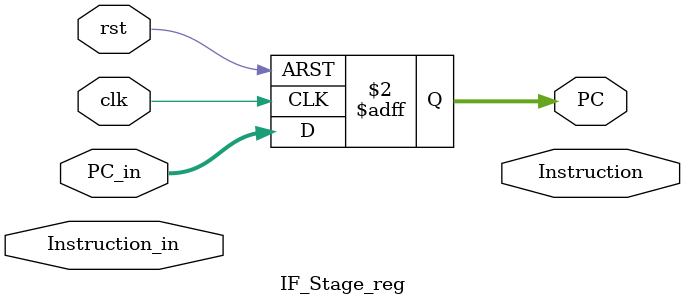
<source format=v>
module IF_Stage_reg(input clk, rst, input[31:0] PC_in, Instruction_in, output reg[31:0] PC, Instruction);
	always @(posedge clk, posedge rst) begin
		if(rst)
			PC <= 32'b0;
		else
			PC <= PC_in;
	end
endmodule
</source>
